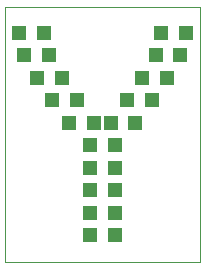
<source format=gtp>
G75*
%MOIN*%
%OFA0B0*%
%FSLAX24Y24*%
%IPPOS*%
%LPD*%
%AMOC8*
5,1,8,0,0,1.08239X$1,22.5*
%
%ADD10C,0.0000*%
%ADD11R,0.0472X0.0472*%
D10*
X002392Y002517D02*
X002392Y011017D01*
X008892Y011017D01*
X008892Y002517D01*
X002392Y002517D01*
D11*
X005228Y003392D03*
X005228Y004142D03*
X005228Y004892D03*
X005228Y005642D03*
X005228Y006392D03*
X005368Y007142D03*
X005916Y007142D03*
X006055Y006392D03*
X006055Y005642D03*
X006055Y004892D03*
X006055Y004142D03*
X006055Y003392D03*
X006743Y007142D03*
X006478Y007892D03*
X006978Y008642D03*
X007305Y007892D03*
X007805Y008642D03*
X007416Y009392D03*
X007603Y010142D03*
X008243Y009392D03*
X008430Y010142D03*
X004805Y007892D03*
X004305Y008642D03*
X003978Y007892D03*
X003478Y008642D03*
X003868Y009392D03*
X003680Y010142D03*
X003041Y009392D03*
X002853Y010142D03*
X004541Y007142D03*
M02*

</source>
